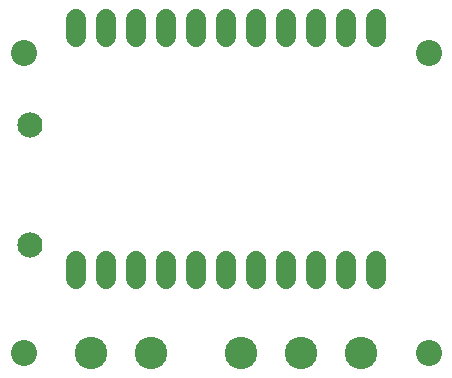
<source format=gbr>
G04 EAGLE Gerber RS-274X export*
G75*
%MOMM*%
%FSLAX34Y34*%
%LPD*%
%INSoldermask Top*%
%IPPOS*%
%AMOC8*
5,1,8,0,0,1.08239X$1,22.5*%
G01*
G04 Define Apertures*
%ADD10C,2.203200*%
%ADD11C,1.727200*%
%ADD12C,2.743200*%
%ADD13C,2.133600*%
D10*
X31750Y38100D03*
X374650Y38100D03*
X374650Y292100D03*
X31750Y292100D03*
D11*
X76200Y115570D02*
X76200Y100330D01*
X101600Y100330D02*
X101600Y115570D01*
X127000Y115570D02*
X127000Y100330D01*
X152400Y100330D02*
X152400Y115570D01*
X177800Y115570D02*
X177800Y100330D01*
X203200Y100330D02*
X203200Y115570D01*
X228600Y115570D02*
X228600Y100330D01*
X254000Y100330D02*
X254000Y115570D01*
X279400Y115570D02*
X279400Y100330D01*
X304800Y100330D02*
X304800Y115570D01*
X330200Y115570D02*
X330200Y100330D01*
X76200Y305440D02*
X76200Y320680D01*
X101600Y320680D02*
X101600Y305440D01*
X127000Y305440D02*
X127000Y320680D01*
X152400Y320680D02*
X152400Y305440D01*
X177800Y305440D02*
X177800Y320680D01*
X203200Y320680D02*
X203200Y305440D01*
X228600Y305440D02*
X228600Y320680D01*
X254000Y320680D02*
X254000Y305440D01*
X279400Y305440D02*
X279400Y320680D01*
X304800Y320680D02*
X304800Y305440D01*
X330200Y305440D02*
X330200Y320680D01*
D12*
X317500Y38100D03*
X266700Y38100D03*
X215900Y38100D03*
X88900Y38100D03*
X139700Y38100D03*
D13*
X37338Y129288D03*
X37338Y230888D03*
M02*

</source>
